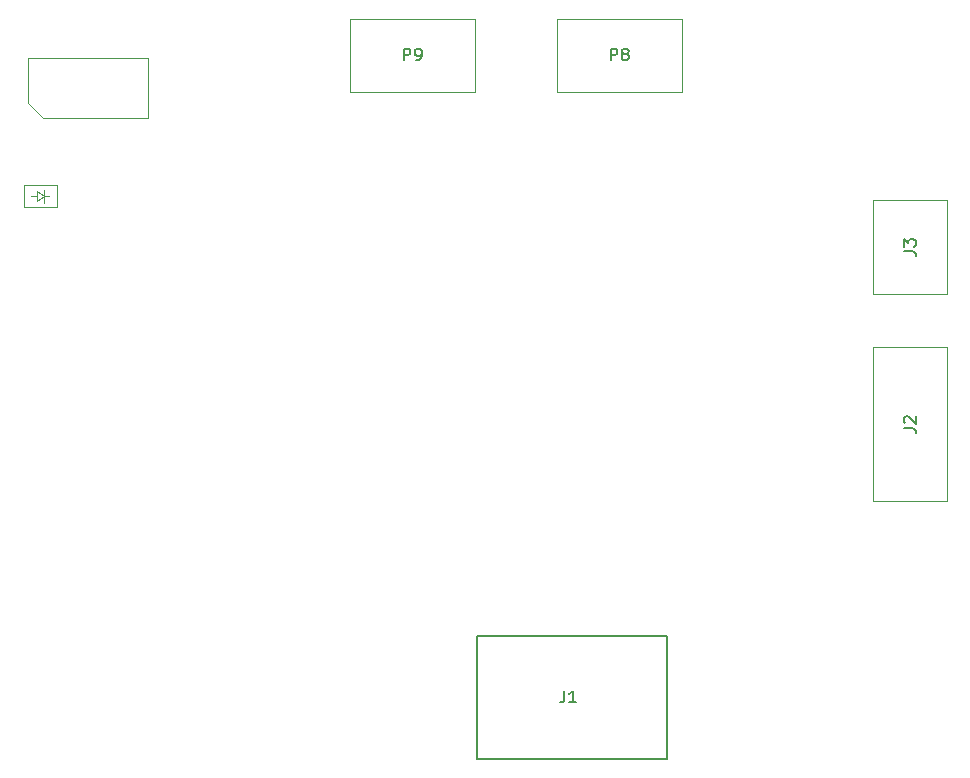
<source format=gbr>
G04 #@! TF.FileFunction,Other,Fab,Top*
%FSLAX46Y46*%
G04 Gerber Fmt 4.6, Leading zero omitted, Abs format (unit mm)*
G04 Created by KiCad (PCBNEW 4.0.6) date Fri Sep  8 15:32:28 2017*
%MOMM*%
%LPD*%
G01*
G04 APERTURE LIST*
%ADD10C,0.100000*%
%ADD11C,0.150000*%
%ADD12C,0.120000*%
G04 APERTURE END LIST*
D10*
X59440000Y-50546000D02*
X58940000Y-50546000D01*
X59440000Y-50146000D02*
X60040000Y-50546000D01*
X59440000Y-50946000D02*
X59440000Y-50146000D01*
X60040000Y-50546000D02*
X59440000Y-50946000D01*
X60040000Y-50546000D02*
X60040000Y-49996000D01*
X60040000Y-50546000D02*
X60040000Y-51096000D01*
X60440000Y-50546000D02*
X60040000Y-50546000D01*
X61090000Y-49646000D02*
X61090000Y-51446000D01*
X58290000Y-49646000D02*
X61090000Y-49646000D01*
X58290000Y-51446000D02*
X58290000Y-49646000D01*
X61090000Y-51446000D02*
X58290000Y-51446000D01*
D11*
X112776000Y-98171000D02*
X96647000Y-98171000D01*
X96647000Y-98171000D02*
X96647000Y-87757000D01*
X96647000Y-87757000D02*
X112776000Y-87757000D01*
X112776000Y-87757000D02*
X112776000Y-98171000D01*
D12*
X130230000Y-76400000D02*
X136430000Y-76400000D01*
X136430000Y-76400000D02*
X136430000Y-63300000D01*
X136430000Y-63300000D02*
X130230000Y-63300000D01*
X130230000Y-63300000D02*
X130230000Y-76400000D01*
X130230000Y-58874000D02*
X136430000Y-58874000D01*
X136430000Y-58874000D02*
X136430000Y-50854000D01*
X136430000Y-50854000D02*
X130230000Y-50854000D01*
X130230000Y-50854000D02*
X130230000Y-58874000D01*
X113992000Y-41728000D02*
X113992000Y-35528000D01*
X113992000Y-35528000D02*
X103432000Y-35528000D01*
X103432000Y-35528000D02*
X103432000Y-41728000D01*
X103432000Y-41728000D02*
X113992000Y-41728000D01*
X96466000Y-41728000D02*
X96466000Y-35528000D01*
X96466000Y-35528000D02*
X85906000Y-35528000D01*
X85906000Y-35528000D02*
X85906000Y-41728000D01*
X85906000Y-41728000D02*
X96466000Y-41728000D01*
D10*
X58674000Y-42672000D02*
X58674000Y-38862000D01*
X58674000Y-38862000D02*
X68834000Y-38862000D01*
X68834000Y-38862000D02*
X68834000Y-43942000D01*
X68834000Y-43942000D02*
X59944000Y-43942000D01*
X59944000Y-43942000D02*
X58674000Y-42672000D01*
D11*
X104060667Y-92416381D02*
X104060667Y-93130667D01*
X104013047Y-93273524D01*
X103917809Y-93368762D01*
X103774952Y-93416381D01*
X103679714Y-93416381D01*
X105060667Y-93416381D02*
X104489238Y-93416381D01*
X104774952Y-93416381D02*
X104774952Y-92416381D01*
X104679714Y-92559238D01*
X104584476Y-92654476D01*
X104489238Y-92702095D01*
X132802381Y-70183333D02*
X133516667Y-70183333D01*
X133659524Y-70230953D01*
X133754762Y-70326191D01*
X133802381Y-70469048D01*
X133802381Y-70564286D01*
X132897619Y-69754762D02*
X132850000Y-69707143D01*
X132802381Y-69611905D01*
X132802381Y-69373809D01*
X132850000Y-69278571D01*
X132897619Y-69230952D01*
X132992857Y-69183333D01*
X133088095Y-69183333D01*
X133230952Y-69230952D01*
X133802381Y-69802381D01*
X133802381Y-69183333D01*
X132802381Y-55197333D02*
X133516667Y-55197333D01*
X133659524Y-55244953D01*
X133754762Y-55340191D01*
X133802381Y-55483048D01*
X133802381Y-55578286D01*
X132802381Y-54816381D02*
X132802381Y-54197333D01*
X133183333Y-54530667D01*
X133183333Y-54387809D01*
X133230952Y-54292571D01*
X133278571Y-54244952D01*
X133373810Y-54197333D01*
X133611905Y-54197333D01*
X133707143Y-54244952D01*
X133754762Y-54292571D01*
X133802381Y-54387809D01*
X133802381Y-54673524D01*
X133754762Y-54768762D01*
X133707143Y-54816381D01*
X107973905Y-39060381D02*
X107973905Y-38060381D01*
X108354858Y-38060381D01*
X108450096Y-38108000D01*
X108497715Y-38155619D01*
X108545334Y-38250857D01*
X108545334Y-38393714D01*
X108497715Y-38488952D01*
X108450096Y-38536571D01*
X108354858Y-38584190D01*
X107973905Y-38584190D01*
X109116762Y-38488952D02*
X109021524Y-38441333D01*
X108973905Y-38393714D01*
X108926286Y-38298476D01*
X108926286Y-38250857D01*
X108973905Y-38155619D01*
X109021524Y-38108000D01*
X109116762Y-38060381D01*
X109307239Y-38060381D01*
X109402477Y-38108000D01*
X109450096Y-38155619D01*
X109497715Y-38250857D01*
X109497715Y-38298476D01*
X109450096Y-38393714D01*
X109402477Y-38441333D01*
X109307239Y-38488952D01*
X109116762Y-38488952D01*
X109021524Y-38536571D01*
X108973905Y-38584190D01*
X108926286Y-38679429D01*
X108926286Y-38869905D01*
X108973905Y-38965143D01*
X109021524Y-39012762D01*
X109116762Y-39060381D01*
X109307239Y-39060381D01*
X109402477Y-39012762D01*
X109450096Y-38965143D01*
X109497715Y-38869905D01*
X109497715Y-38679429D01*
X109450096Y-38584190D01*
X109402477Y-38536571D01*
X109307239Y-38488952D01*
X90447905Y-39060381D02*
X90447905Y-38060381D01*
X90828858Y-38060381D01*
X90924096Y-38108000D01*
X90971715Y-38155619D01*
X91019334Y-38250857D01*
X91019334Y-38393714D01*
X90971715Y-38488952D01*
X90924096Y-38536571D01*
X90828858Y-38584190D01*
X90447905Y-38584190D01*
X91495524Y-39060381D02*
X91686000Y-39060381D01*
X91781239Y-39012762D01*
X91828858Y-38965143D01*
X91924096Y-38822286D01*
X91971715Y-38631810D01*
X91971715Y-38250857D01*
X91924096Y-38155619D01*
X91876477Y-38108000D01*
X91781239Y-38060381D01*
X91590762Y-38060381D01*
X91495524Y-38108000D01*
X91447905Y-38155619D01*
X91400286Y-38250857D01*
X91400286Y-38488952D01*
X91447905Y-38584190D01*
X91495524Y-38631810D01*
X91590762Y-38679429D01*
X91781239Y-38679429D01*
X91876477Y-38631810D01*
X91924096Y-38584190D01*
X91971715Y-38488952D01*
M02*

</source>
